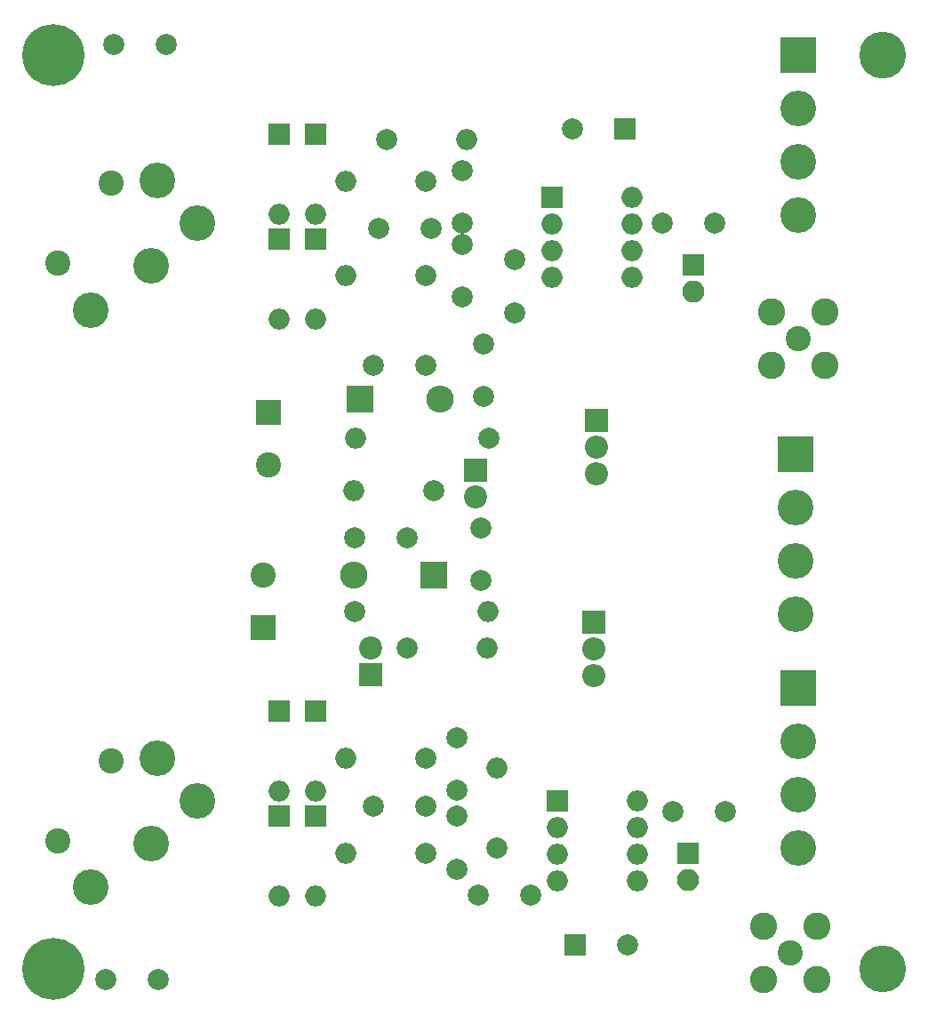
<source format=gbr>
G04 #@! TF.FileFunction,Soldermask,Top*
%FSLAX46Y46*%
G04 Gerber Fmt 4.6, Leading zero omitted, Abs format (unit mm)*
G04 Created by KiCad (PCBNEW 4.0.7) date 09/16/20 22:20:35*
%MOMM*%
%LPD*%
G01*
G04 APERTURE LIST*
%ADD10C,0.100000*%
%ADD11C,2.000000*%
%ADD12R,2.400000X2.400000*%
%ADD13C,2.400000*%
%ADD14R,2.000000X2.000000*%
%ADD15O,2.000000X2.000000*%
%ADD16R,2.600000X2.600000*%
%ADD17O,2.600000X2.600000*%
%ADD18C,3.400000*%
%ADD19R,3.400000X3.400000*%
%ADD20R,2.100000X2.100000*%
%ADD21O,2.100000X2.100000*%
%ADD22R,2.200000X2.200000*%
%ADD23O,2.200000X2.200000*%
%ADD24C,5.900000*%
%ADD25C,4.464000*%
%ADD26C,2.600000*%
%ADD27C,2.200000*%
G04 APERTURE END LIST*
D10*
D11*
X144000000Y-78000000D03*
X144000000Y-73000000D03*
X144000000Y-85000000D03*
X144000000Y-80000000D03*
X136000000Y-78500000D03*
X141000000Y-78500000D03*
X149000000Y-86500000D03*
X149000000Y-81500000D03*
X163000000Y-78000000D03*
X168000000Y-78000000D03*
X133750000Y-108000000D03*
X138750000Y-108000000D03*
D12*
X125500000Y-96000000D03*
D13*
X125500000Y-101000000D03*
D12*
X125000000Y-116500000D03*
D13*
X125000000Y-111500000D03*
D14*
X130000000Y-69500000D03*
D15*
X130000000Y-77120000D03*
D14*
X130000000Y-79500000D03*
D15*
X130000000Y-87120000D03*
D14*
X126500000Y-69500000D03*
D15*
X126500000Y-77120000D03*
D14*
X126500000Y-79500000D03*
D15*
X126500000Y-87120000D03*
D16*
X134250000Y-94750000D03*
D17*
X141870000Y-94750000D03*
D16*
X141250000Y-111500000D03*
D17*
X133630000Y-111500000D03*
D18*
X176000000Y-67080000D03*
X176000000Y-72160000D03*
D19*
X176000000Y-62000000D03*
D18*
X176000000Y-77240000D03*
X175750000Y-105080000D03*
X175750000Y-110160000D03*
D19*
X175750000Y-100000000D03*
D18*
X175750000Y-115240000D03*
D20*
X166000000Y-82000000D03*
D21*
X166000000Y-84540000D03*
D22*
X156500000Y-116000000D03*
D23*
X156500000Y-118540000D03*
X156500000Y-121080000D03*
D11*
X140500000Y-74000000D03*
D15*
X132880000Y-74000000D03*
D11*
X140500000Y-83000000D03*
D15*
X132880000Y-83000000D03*
D11*
X146500000Y-98500000D03*
D15*
X133800000Y-98500000D03*
D11*
X133750000Y-115000000D03*
D15*
X146450000Y-115000000D03*
D14*
X152500000Y-75500000D03*
D15*
X160120000Y-83120000D03*
X152500000Y-78040000D03*
X160120000Y-80580000D03*
X152500000Y-80580000D03*
X160120000Y-78040000D03*
X152500000Y-83120000D03*
X160120000Y-75500000D03*
D11*
X140500000Y-91500000D03*
X135500000Y-91500000D03*
X141250000Y-103500000D03*
D15*
X133630000Y-103500000D03*
D11*
X138750000Y-118500000D03*
D15*
X146370000Y-118500000D03*
D11*
X145750000Y-107000000D03*
X145750000Y-112000000D03*
X146000000Y-94500000D03*
X146000000Y-89500000D03*
D22*
X156750000Y-96750000D03*
D23*
X156750000Y-99290000D03*
X156750000Y-101830000D03*
D11*
X143500000Y-132000000D03*
X143500000Y-127000000D03*
X143500000Y-139500000D03*
X143500000Y-134500000D03*
X135500000Y-133500000D03*
X140500000Y-133500000D03*
X145500000Y-142000000D03*
X150500000Y-142000000D03*
X164000000Y-134000000D03*
X169000000Y-134000000D03*
D14*
X126500000Y-124500000D03*
D15*
X126500000Y-132120000D03*
D14*
X126500000Y-134500000D03*
D15*
X126500000Y-142120000D03*
D14*
X130000000Y-124500000D03*
D15*
X130000000Y-132120000D03*
D14*
X130000000Y-134500000D03*
D15*
X130000000Y-142120000D03*
D18*
X176000000Y-127330000D03*
X176000000Y-132410000D03*
D19*
X176000000Y-122250000D03*
D18*
X176000000Y-137490000D03*
D20*
X165500000Y-138000000D03*
D21*
X165500000Y-140540000D03*
D11*
X140500000Y-129000000D03*
D15*
X132880000Y-129000000D03*
D11*
X140500000Y-138000000D03*
D15*
X132880000Y-138000000D03*
D14*
X153000000Y-133000000D03*
D15*
X160620000Y-140620000D03*
X153000000Y-135540000D03*
X160620000Y-138080000D03*
X153000000Y-138080000D03*
X160620000Y-135540000D03*
X153000000Y-140620000D03*
X160620000Y-133000000D03*
D24*
X105000000Y-62000000D03*
D25*
X184000000Y-62000000D03*
D24*
X105000000Y-149000000D03*
D25*
X184000000Y-149000000D03*
D26*
X173460000Y-91540000D03*
X173460000Y-86460000D03*
X178540000Y-86460000D03*
X178540000Y-91540000D03*
D13*
X176000000Y-89000000D03*
D26*
X172710000Y-150040000D03*
X172710000Y-144960000D03*
X177790000Y-144960000D03*
X177790000Y-150040000D03*
D13*
X175250000Y-147500000D03*
D18*
X118760000Y-78000000D03*
X114310000Y-82050000D03*
D13*
X105420000Y-81810000D03*
X110500000Y-74190000D03*
D18*
X114950000Y-73950000D03*
X108590000Y-86250000D03*
X118760000Y-133000000D03*
X114310000Y-137050000D03*
D13*
X105420000Y-136810000D03*
X110500000Y-129190000D03*
D18*
X114950000Y-128950000D03*
X108590000Y-141250000D03*
D14*
X159500000Y-69000000D03*
D11*
X154500000Y-69000000D03*
D14*
X154750000Y-146750000D03*
D11*
X159750000Y-146750000D03*
X110750000Y-61000000D03*
X115750000Y-61000000D03*
X110000000Y-150000000D03*
X115000000Y-150000000D03*
D22*
X145250000Y-101500000D03*
D27*
X145250000Y-104040000D03*
D22*
X135250000Y-121000000D03*
D27*
X135250000Y-118460000D03*
D11*
X136750000Y-70000000D03*
D15*
X144370000Y-70000000D03*
D11*
X147250000Y-137500000D03*
D15*
X147250000Y-129880000D03*
M02*

</source>
